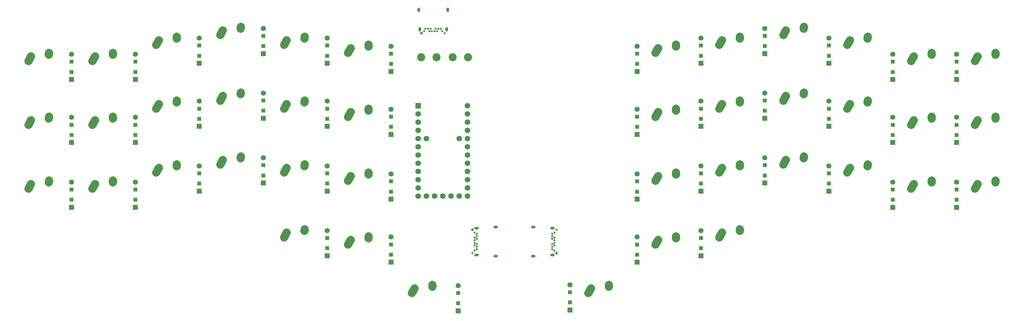
<source format=gbr>
G04 #@! TF.FileFunction,Soldermask,Bot*
%FSLAX46Y46*%
G04 Gerber Fmt 4.6, Leading zero omitted, Abs format (unit mm)*
G04 Created by KiCad (PCBNEW 4.0.7) date Tue Mar  6 17:21:56 2018*
%MOMM*%
%LPD*%
G01*
G04 APERTURE LIST*
%ADD10C,0.100000*%
%ADD11C,2.500000*%
%ADD12R,1.200000X1.200000*%
%ADD13R,1.600000X1.600000*%
%ADD14C,1.600000*%
%ADD15O,0.800000X1.400000*%
%ADD16O,0.950000X0.650000*%
%ADD17C,0.650000*%
%ADD18O,1.400000X0.800000*%
%ADD19O,0.650000X0.950000*%
%ADD20R,1.752600X1.752600*%
%ADD21C,1.752600*%
%ADD22C,2.500000*%
G04 APERTURE END LIST*
D10*
D11*
X183750453Y-155000046D02*
X182939547Y-156459954D01*
X189289724Y-153920672D02*
X189250276Y-154499328D01*
X65250453Y-122750046D02*
X64439547Y-124209954D01*
X70789724Y-121670672D02*
X70750276Y-122249328D01*
D12*
X77750000Y-84925000D03*
X77750000Y-88075000D03*
D13*
X77750000Y-90400000D03*
D14*
X77750000Y-82600000D03*
D12*
X97500000Y-84925000D03*
X97500000Y-88075000D03*
D13*
X97500000Y-90400000D03*
D14*
X97500000Y-82600000D03*
D12*
X117250000Y-79925000D03*
X117250000Y-83075000D03*
D13*
X117250000Y-85400000D03*
D14*
X117250000Y-77600000D03*
D12*
X137000000Y-76925000D03*
X137000000Y-80075000D03*
D13*
X137000000Y-82400000D03*
D14*
X137000000Y-74600000D03*
D12*
X156750000Y-79925000D03*
X156750000Y-83075000D03*
D13*
X156750000Y-85400000D03*
D14*
X156750000Y-77600000D03*
D12*
X176500000Y-82425000D03*
X176500000Y-85575000D03*
D13*
X176500000Y-87900000D03*
D14*
X176500000Y-80100000D03*
D12*
X77750000Y-104425000D03*
X77750000Y-107575000D03*
D13*
X77750000Y-109900000D03*
D14*
X77750000Y-102100000D03*
D12*
X97500000Y-104425000D03*
X97500000Y-107575000D03*
D13*
X97500000Y-109900000D03*
D14*
X97500000Y-102100000D03*
D12*
X117250000Y-99425000D03*
X117250000Y-102575000D03*
D13*
X117250000Y-104900000D03*
D14*
X117250000Y-97100000D03*
D12*
X137000000Y-96925000D03*
X137000000Y-100075000D03*
D13*
X137000000Y-102400000D03*
D14*
X137000000Y-94600000D03*
D12*
X156750000Y-99425000D03*
X156750000Y-102575000D03*
D13*
X156750000Y-104900000D03*
D14*
X156750000Y-97100000D03*
D12*
X176500000Y-101925000D03*
X176500000Y-105075000D03*
D13*
X176500000Y-107400000D03*
D14*
X176500000Y-99600000D03*
D12*
X77750000Y-124425000D03*
X77750000Y-127575000D03*
D13*
X77750000Y-129900000D03*
D14*
X77750000Y-122100000D03*
D12*
X97500000Y-124425000D03*
X97500000Y-127575000D03*
D13*
X97500000Y-129900000D03*
D14*
X97500000Y-122100000D03*
D12*
X117250000Y-119425000D03*
X117250000Y-122575000D03*
D13*
X117250000Y-124900000D03*
D14*
X117250000Y-117100000D03*
D12*
X137000000Y-116925000D03*
X137000000Y-120075000D03*
D13*
X137000000Y-122400000D03*
D14*
X137000000Y-114600000D03*
D12*
X156750000Y-119425000D03*
X156750000Y-122575000D03*
D13*
X156750000Y-124900000D03*
D14*
X156750000Y-117100000D03*
D12*
X176500000Y-121925000D03*
X176500000Y-125075000D03*
D13*
X176500000Y-127400000D03*
D14*
X176500000Y-119600000D03*
D12*
X156750000Y-139425000D03*
X156750000Y-142575000D03*
D13*
X156750000Y-144900000D03*
D14*
X156750000Y-137100000D03*
D12*
X176500000Y-141425000D03*
X176500000Y-144575000D03*
D13*
X176500000Y-146900000D03*
D14*
X176500000Y-139100000D03*
D12*
X197250000Y-156425000D03*
X197250000Y-159575000D03*
D13*
X197250000Y-161900000D03*
D14*
X197250000Y-154100000D03*
D15*
X193630000Y-74860000D03*
X185370000Y-74860000D03*
X185010000Y-68910000D03*
X193990000Y-68910000D03*
D16*
X185900000Y-76110000D03*
D17*
X193100000Y-76110000D03*
X186700000Y-75460000D03*
X188300000Y-75460000D03*
X189100000Y-75460000D03*
X189900000Y-75460000D03*
X190700000Y-75460000D03*
X192300000Y-75460000D03*
X187100000Y-74760000D03*
X187900000Y-74760000D03*
X188700000Y-74760000D03*
X190300000Y-74760000D03*
X191100000Y-74760000D03*
X191900000Y-74760000D03*
D18*
X202890000Y-144630000D03*
X202890000Y-136370000D03*
X208840000Y-136010000D03*
X208840000Y-144990000D03*
D19*
X201640000Y-136900000D03*
D17*
X201640000Y-144100000D03*
X202290000Y-137700000D03*
X202290000Y-139300000D03*
X202290000Y-140100000D03*
X202290000Y-140900000D03*
X202290000Y-141700000D03*
X202290000Y-143300000D03*
X202990000Y-138100000D03*
X202990000Y-138900000D03*
X202990000Y-139700000D03*
X202990000Y-141300000D03*
X202990000Y-142100000D03*
X202990000Y-142900000D03*
D11*
X65250453Y-83250046D02*
X64439547Y-84709954D01*
X70789724Y-82170672D02*
X70750276Y-82749328D01*
X85000453Y-83250046D02*
X84189547Y-84709954D01*
X90539724Y-82170672D02*
X90500276Y-82749328D01*
X104750453Y-78250046D02*
X103939547Y-79709954D01*
X110289724Y-77170672D02*
X110250276Y-77749328D01*
X124500453Y-75250046D02*
X123689547Y-76709954D01*
X130039724Y-74170672D02*
X130000276Y-74749328D01*
X144250453Y-78250046D02*
X143439547Y-79709954D01*
X149789724Y-77170672D02*
X149750276Y-77749328D01*
X164000453Y-80750046D02*
X163189547Y-82209954D01*
X169539724Y-79670672D02*
X169500276Y-80249328D01*
X65250453Y-103000046D02*
X64439547Y-104459954D01*
X70789724Y-101920672D02*
X70750276Y-102499328D01*
X85000453Y-103000046D02*
X84189547Y-104459954D01*
X90539724Y-101920672D02*
X90500276Y-102499328D01*
X104750453Y-98000046D02*
X103939547Y-99459954D01*
X110289724Y-96920672D02*
X110250276Y-97499328D01*
X124500453Y-95500046D02*
X123689547Y-96959954D01*
X130039724Y-94420672D02*
X130000276Y-94999328D01*
X144250453Y-98000046D02*
X143439547Y-99459954D01*
X149789724Y-96920672D02*
X149750276Y-97499328D01*
X164000453Y-100500046D02*
X163189547Y-101959954D01*
X169539724Y-99420672D02*
X169500276Y-99999328D01*
X85000453Y-122750046D02*
X84189547Y-124209954D01*
X90539724Y-121670672D02*
X90500276Y-122249328D01*
X104750453Y-117750046D02*
X103939547Y-119209954D01*
X110289724Y-116670672D02*
X110250276Y-117249328D01*
X124500453Y-115250046D02*
X123689547Y-116709954D01*
X130039724Y-114170672D02*
X130000276Y-114749328D01*
X144250453Y-117750046D02*
X143439547Y-119209954D01*
X149789724Y-116670672D02*
X149750276Y-117249328D01*
X164000453Y-120250046D02*
X163189547Y-121709954D01*
X169539724Y-119170672D02*
X169500276Y-119749328D01*
X144250453Y-137750046D02*
X143439547Y-139209954D01*
X149789724Y-136670672D02*
X149750276Y-137249328D01*
X164000453Y-140000046D02*
X163189547Y-141459954D01*
X169539724Y-138920672D02*
X169500276Y-139499328D01*
D20*
X184880000Y-98530000D03*
D21*
X184880000Y-101070000D03*
X184880000Y-103610000D03*
X184880000Y-106150000D03*
X184880000Y-108690000D03*
X184880000Y-111230000D03*
X184880000Y-113770000D03*
X184880000Y-116310000D03*
X184880000Y-118850000D03*
X184880000Y-121390000D03*
X184880000Y-123930000D03*
X184880000Y-126470000D03*
X187420000Y-126470000D03*
X189960000Y-126470000D03*
X192500000Y-126470000D03*
X195040000Y-126470000D03*
X197580000Y-126470000D03*
X200120000Y-126470000D03*
X200120000Y-123930000D03*
X200120000Y-121390000D03*
X200120000Y-118850000D03*
X200120000Y-116310000D03*
X200120000Y-113770000D03*
X200120000Y-111230000D03*
X200120000Y-108690000D03*
X200120000Y-106150000D03*
X200120000Y-103610000D03*
X200120000Y-101070000D03*
X200120000Y-98530000D03*
X197580000Y-108690000D03*
X187420000Y-108690000D03*
D12*
X252500000Y-82425000D03*
X252500000Y-85575000D03*
D13*
X252500000Y-87900000D03*
D14*
X252500000Y-80100000D03*
D12*
X272250000Y-79925000D03*
X272250000Y-83075000D03*
D13*
X272250000Y-85400000D03*
D14*
X272250000Y-77600000D03*
D12*
X292000000Y-76925000D03*
X292000000Y-80075000D03*
D13*
X292000000Y-82400000D03*
D14*
X292000000Y-74600000D03*
D12*
X311750000Y-79925000D03*
X311750000Y-83075000D03*
D13*
X311750000Y-85400000D03*
D14*
X311750000Y-77600000D03*
D12*
X331500000Y-84925000D03*
X331500000Y-88075000D03*
D13*
X331500000Y-90400000D03*
D14*
X331500000Y-82600000D03*
D12*
X351250000Y-84925000D03*
X351250000Y-88075000D03*
D13*
X351250000Y-90400000D03*
D14*
X351250000Y-82600000D03*
D12*
X252500000Y-101925000D03*
X252500000Y-105075000D03*
D13*
X252500000Y-107400000D03*
D14*
X252500000Y-99600000D03*
D12*
X272250000Y-99425000D03*
X272250000Y-102575000D03*
D13*
X272250000Y-104900000D03*
D14*
X272250000Y-97100000D03*
D12*
X292000000Y-96925000D03*
X292000000Y-100075000D03*
D13*
X292000000Y-102400000D03*
D14*
X292000000Y-94600000D03*
D12*
X311750000Y-99425000D03*
X311750000Y-102575000D03*
D13*
X311750000Y-104900000D03*
D14*
X311750000Y-97100000D03*
D12*
X331500000Y-104425000D03*
X331500000Y-107575000D03*
D13*
X331500000Y-109900000D03*
D14*
X331500000Y-102100000D03*
D12*
X351250000Y-104425000D03*
X351250000Y-107575000D03*
D13*
X351250000Y-109900000D03*
D14*
X351250000Y-102100000D03*
D12*
X252500000Y-121925000D03*
X252500000Y-125075000D03*
D13*
X252500000Y-127400000D03*
D14*
X252500000Y-119600000D03*
D12*
X272250000Y-119425000D03*
X272250000Y-122575000D03*
D13*
X272250000Y-124900000D03*
D14*
X272250000Y-117100000D03*
D12*
X292000000Y-116925000D03*
X292000000Y-120075000D03*
D13*
X292000000Y-122400000D03*
D14*
X292000000Y-114600000D03*
D12*
X311750000Y-119425000D03*
X311750000Y-122575000D03*
D13*
X311750000Y-124900000D03*
D14*
X311750000Y-117100000D03*
D12*
X331500000Y-124425000D03*
X331500000Y-127575000D03*
D13*
X331500000Y-129900000D03*
D14*
X331500000Y-122100000D03*
D12*
X351250000Y-124425000D03*
X351250000Y-127575000D03*
D13*
X351250000Y-129900000D03*
D14*
X351250000Y-122100000D03*
D12*
X252500000Y-141425000D03*
X252500000Y-144575000D03*
D13*
X252500000Y-146900000D03*
D14*
X252500000Y-139100000D03*
D12*
X272250000Y-139425000D03*
X272250000Y-142575000D03*
D13*
X272250000Y-144900000D03*
D14*
X272250000Y-137100000D03*
D12*
X231750000Y-156175000D03*
X231750000Y-159325000D03*
D13*
X231750000Y-161650000D03*
D14*
X231750000Y-153850000D03*
D18*
X226360000Y-136370000D03*
X226360000Y-144630000D03*
X220410000Y-144990000D03*
X220410000Y-136010000D03*
D19*
X227610000Y-144100000D03*
D17*
X227610000Y-136900000D03*
X226960000Y-143300000D03*
X226960000Y-141700000D03*
X226960000Y-140900000D03*
X226960000Y-140100000D03*
X226960000Y-139300000D03*
X226960000Y-137700000D03*
X226260000Y-142900000D03*
X226260000Y-142100000D03*
X226260000Y-141300000D03*
X226260000Y-139700000D03*
X226260000Y-138900000D03*
X226260000Y-138100000D03*
D11*
X259000453Y-80750046D02*
X258189547Y-82209954D01*
X264539724Y-79670672D02*
X264500276Y-80249328D01*
X278750453Y-78250046D02*
X277939547Y-79709954D01*
X284289724Y-77170672D02*
X284250276Y-77749328D01*
X298500453Y-75250046D02*
X297689547Y-76709954D01*
X304039724Y-74170672D02*
X304000276Y-74749328D01*
X318250453Y-78250046D02*
X317439547Y-79709954D01*
X323789724Y-77170672D02*
X323750276Y-77749328D01*
X338000453Y-83250046D02*
X337189547Y-84709954D01*
X343539724Y-82170672D02*
X343500276Y-82749328D01*
X357750453Y-83250046D02*
X356939547Y-84709954D01*
X363289724Y-82170672D02*
X363250276Y-82749328D01*
X259000453Y-100500046D02*
X258189547Y-101959954D01*
X264539724Y-99420672D02*
X264500276Y-99999328D01*
X278750453Y-98000046D02*
X277939547Y-99459954D01*
X284289724Y-96920672D02*
X284250276Y-97499328D01*
X298500453Y-95500046D02*
X297689547Y-96959954D01*
X304039724Y-94420672D02*
X304000276Y-94999328D01*
X318250453Y-98000046D02*
X317439547Y-99459954D01*
X323789724Y-96920672D02*
X323750276Y-97499328D01*
X338000453Y-103000046D02*
X337189547Y-104459954D01*
X343539724Y-101920672D02*
X343500276Y-102499328D01*
X357750453Y-103000046D02*
X356939547Y-104459954D01*
X363289724Y-101920672D02*
X363250276Y-102499328D01*
X259000453Y-120250046D02*
X258189547Y-121709954D01*
X264539724Y-119170672D02*
X264500276Y-119749328D01*
X278750453Y-117750046D02*
X277939547Y-119209954D01*
X284289724Y-116670672D02*
X284250276Y-117249328D01*
X298500453Y-115250046D02*
X297689547Y-116709954D01*
X304039724Y-114170672D02*
X304000276Y-114749328D01*
X318250453Y-117750046D02*
X317439547Y-119209954D01*
X323789724Y-116670672D02*
X323750276Y-117249328D01*
X338000453Y-122750046D02*
X337189547Y-124209954D01*
X343539724Y-121670672D02*
X343500276Y-122249328D01*
X357750453Y-122750046D02*
X356939547Y-124209954D01*
X363289724Y-121670672D02*
X363250276Y-122249328D01*
X259000453Y-140000046D02*
X258189547Y-141459954D01*
X264539724Y-138920672D02*
X264500276Y-139499328D01*
X278750453Y-137750046D02*
X277939547Y-139209954D01*
X284289724Y-136670672D02*
X284250276Y-137249328D01*
X238250453Y-155000046D02*
X237439547Y-156459954D01*
X243789724Y-153920672D02*
X243750276Y-154499328D01*
D22*
X185750000Y-83500000D03*
X190500000Y-83500000D03*
X195500000Y-83500000D03*
X200250000Y-83500000D03*
M02*

</source>
